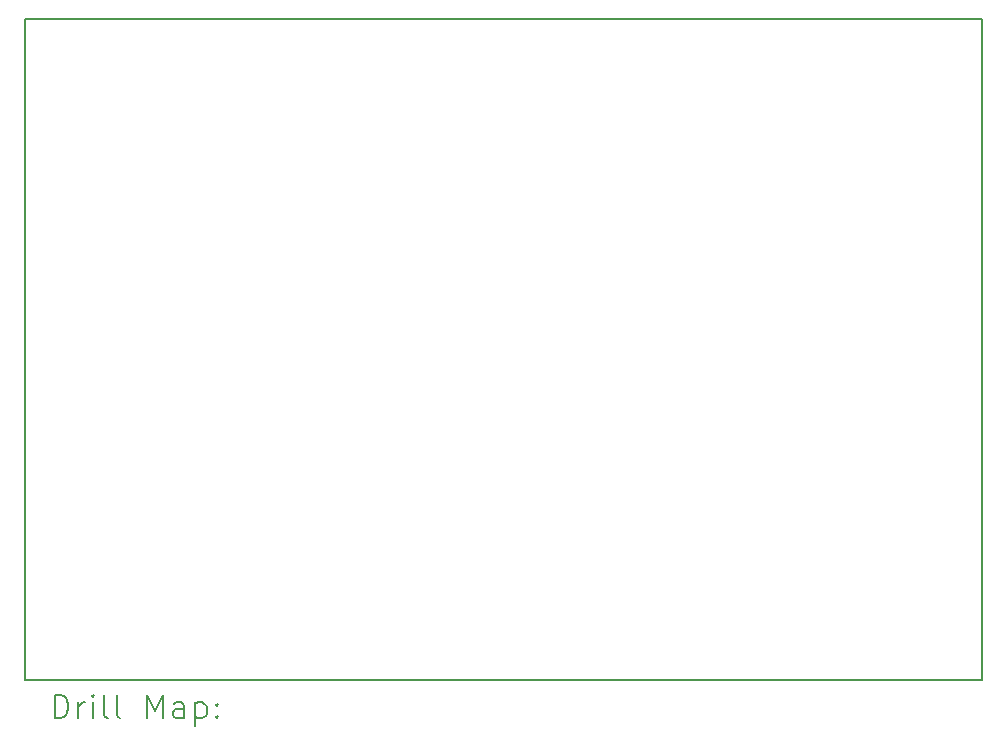
<source format=gbr>
%TF.GenerationSoftware,KiCad,Pcbnew,7.0.7*%
%TF.CreationDate,2024-05-01T20:55:36+03:00*%
%TF.ProjectId,pico-hd-mcu-v2,7069636f-2d68-4642-9d6d-63752d76322e,rev?*%
%TF.SameCoordinates,Original*%
%TF.FileFunction,Drillmap*%
%TF.FilePolarity,Positive*%
%FSLAX45Y45*%
G04 Gerber Fmt 4.5, Leading zero omitted, Abs format (unit mm)*
G04 Created by KiCad (PCBNEW 7.0.7) date 2024-05-01 20:55:36*
%MOMM*%
%LPD*%
G01*
G04 APERTURE LIST*
%ADD10C,0.200000*%
G04 APERTURE END LIST*
D10*
X1736000Y-1605000D02*
X9836000Y-1605000D01*
X9836000Y-7205000D01*
X1736000Y-7205000D01*
X1736000Y-1605000D01*
X1986777Y-7526484D02*
X1986777Y-7326484D01*
X1986777Y-7326484D02*
X2034396Y-7326484D01*
X2034396Y-7326484D02*
X2062967Y-7336008D01*
X2062967Y-7336008D02*
X2082015Y-7355055D01*
X2082015Y-7355055D02*
X2091539Y-7374103D01*
X2091539Y-7374103D02*
X2101063Y-7412198D01*
X2101063Y-7412198D02*
X2101063Y-7440769D01*
X2101063Y-7440769D02*
X2091539Y-7478865D01*
X2091539Y-7478865D02*
X2082015Y-7497912D01*
X2082015Y-7497912D02*
X2062967Y-7516960D01*
X2062967Y-7516960D02*
X2034396Y-7526484D01*
X2034396Y-7526484D02*
X1986777Y-7526484D01*
X2186777Y-7526484D02*
X2186777Y-7393150D01*
X2186777Y-7431246D02*
X2196301Y-7412198D01*
X2196301Y-7412198D02*
X2205824Y-7402674D01*
X2205824Y-7402674D02*
X2224872Y-7393150D01*
X2224872Y-7393150D02*
X2243920Y-7393150D01*
X2310586Y-7526484D02*
X2310586Y-7393150D01*
X2310586Y-7326484D02*
X2301063Y-7336008D01*
X2301063Y-7336008D02*
X2310586Y-7345531D01*
X2310586Y-7345531D02*
X2320110Y-7336008D01*
X2320110Y-7336008D02*
X2310586Y-7326484D01*
X2310586Y-7326484D02*
X2310586Y-7345531D01*
X2434396Y-7526484D02*
X2415348Y-7516960D01*
X2415348Y-7516960D02*
X2405824Y-7497912D01*
X2405824Y-7497912D02*
X2405824Y-7326484D01*
X2539158Y-7526484D02*
X2520110Y-7516960D01*
X2520110Y-7516960D02*
X2510586Y-7497912D01*
X2510586Y-7497912D02*
X2510586Y-7326484D01*
X2767729Y-7526484D02*
X2767729Y-7326484D01*
X2767729Y-7326484D02*
X2834396Y-7469341D01*
X2834396Y-7469341D02*
X2901062Y-7326484D01*
X2901062Y-7326484D02*
X2901062Y-7526484D01*
X3082015Y-7526484D02*
X3082015Y-7421722D01*
X3082015Y-7421722D02*
X3072491Y-7402674D01*
X3072491Y-7402674D02*
X3053443Y-7393150D01*
X3053443Y-7393150D02*
X3015348Y-7393150D01*
X3015348Y-7393150D02*
X2996301Y-7402674D01*
X3082015Y-7516960D02*
X3062967Y-7526484D01*
X3062967Y-7526484D02*
X3015348Y-7526484D01*
X3015348Y-7526484D02*
X2996301Y-7516960D01*
X2996301Y-7516960D02*
X2986777Y-7497912D01*
X2986777Y-7497912D02*
X2986777Y-7478865D01*
X2986777Y-7478865D02*
X2996301Y-7459817D01*
X2996301Y-7459817D02*
X3015348Y-7450293D01*
X3015348Y-7450293D02*
X3062967Y-7450293D01*
X3062967Y-7450293D02*
X3082015Y-7440769D01*
X3177253Y-7393150D02*
X3177253Y-7593150D01*
X3177253Y-7402674D02*
X3196301Y-7393150D01*
X3196301Y-7393150D02*
X3234396Y-7393150D01*
X3234396Y-7393150D02*
X3253443Y-7402674D01*
X3253443Y-7402674D02*
X3262967Y-7412198D01*
X3262967Y-7412198D02*
X3272491Y-7431246D01*
X3272491Y-7431246D02*
X3272491Y-7488388D01*
X3272491Y-7488388D02*
X3262967Y-7507436D01*
X3262967Y-7507436D02*
X3253443Y-7516960D01*
X3253443Y-7516960D02*
X3234396Y-7526484D01*
X3234396Y-7526484D02*
X3196301Y-7526484D01*
X3196301Y-7526484D02*
X3177253Y-7516960D01*
X3358205Y-7507436D02*
X3367729Y-7516960D01*
X3367729Y-7516960D02*
X3358205Y-7526484D01*
X3358205Y-7526484D02*
X3348682Y-7516960D01*
X3348682Y-7516960D02*
X3358205Y-7507436D01*
X3358205Y-7507436D02*
X3358205Y-7526484D01*
X3358205Y-7402674D02*
X3367729Y-7412198D01*
X3367729Y-7412198D02*
X3358205Y-7421722D01*
X3358205Y-7421722D02*
X3348682Y-7412198D01*
X3348682Y-7412198D02*
X3358205Y-7402674D01*
X3358205Y-7402674D02*
X3358205Y-7421722D01*
M02*

</source>
